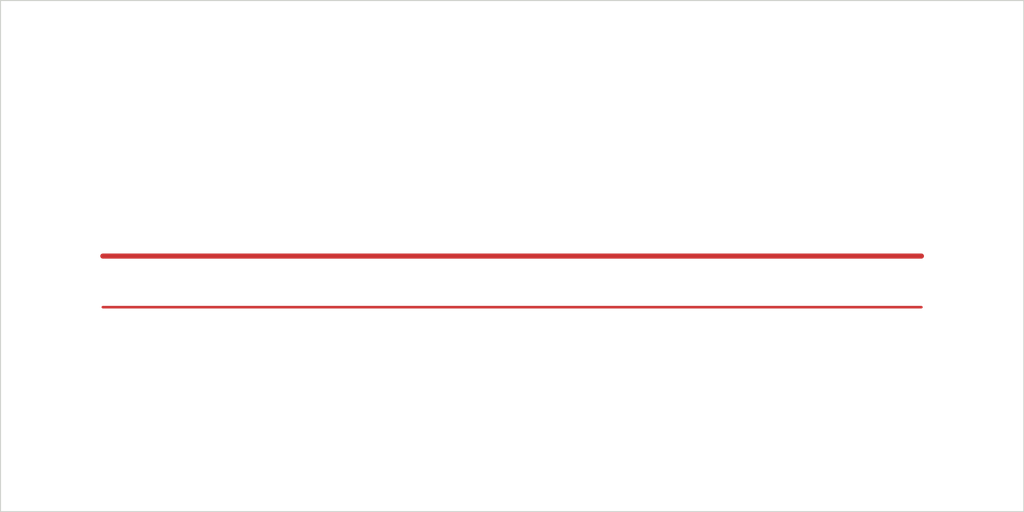
<source format=kicad_pcb>
(kicad_pcb
  (version 20240108)
  (generator "pcbnew")
  (general
    (thickness 1.6)
  )
  (layers
    (0 "F.Cu" signal)
    (31 "B.Cu" signal)
    (44 "Edge.Cuts" user)
    (46 "User.1" user)
  )
  (setup
    (pad_to_mask_clearance 0)
  )
  (net 0 "")
  (net 1 "GND")
  (net 2 "VCC")

  (gr_line
    (start 0 0)
    (end 100 0)
    (stroke (width 0.1) (type solid))
    (layer "Edge.Cuts")
  )
  (gr_line
    (start 100 0)
    (end 100 50)
    (stroke (width 0.1) (type solid))
    (layer "Edge.Cuts")
  )
  (gr_line
    (start 100 50)
    (end 0 50)
    (stroke (width 0.1) (type solid))
    (layer "Edge.Cuts")
  )
  (gr_line
    (start 0 50)
    (end 0 0)
    (stroke (width 0.1) (type solid))
    (layer "Edge.Cuts")
  )

  (segment
    (start 10 25)
    (end 90 25)
    (width 0.5)
    (layer "F.Cu")
    (net 1)
  )
  (segment
    (start 10 30)
    (end 90 30)
    (width 0.25)
    (layer "F.Cu")
    (net 2)
  )
)

</source>
